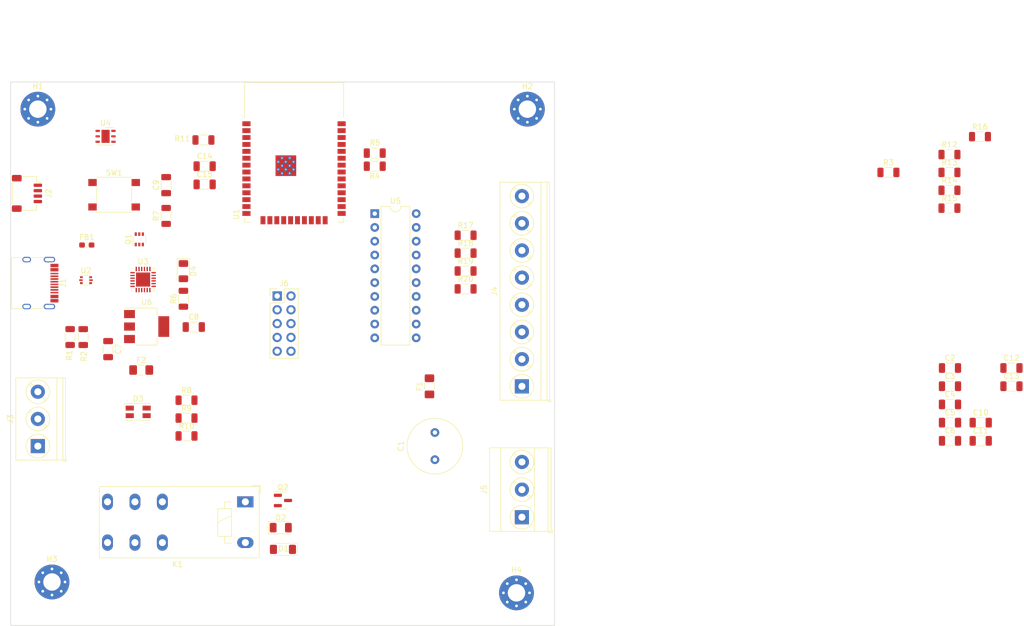
<source format=kicad_pcb>
(kicad_pcb (version 20221018) (generator pcbnew)
  (layers (0 "F.Cu" signal) (31 "B.Cu" signal) (34 "B.Paste" user) (35 "F.Paste" user) (36 "B.SilkS" user "B.Silkscreen") (37 "F.SilkS" user "F.Silkscreen") (38 "B.Mask" user) (39 "F.Mask" user) (44 "Edge.Cuts" user))
  (net 0 "")
  (net 1 "Net-(J5-Pin_1)")
  (net 2 "GND")
  (net 3 "+5V")
  (net 4 "+3.3VA")
  (net 5 "+3V3")
  (net 6 "/SW")
  (net 7 "/EN")
  (net 8 "Net-(D1-A)")
  (net 9 "Net-(D2-A)")
  (net 10 "Net-(D3-RK)")
  (net 11 "Net-(D3-GK)")
  (net 12 "Net-(D3-BK)")
  (net 13 "Net-(D4-A)")
  (net 14 "Net-(J4-Pin_1)")
  (net 15 "Net-(F2-Pad1)")
  (net 16 "+5VP")
  (net 17 "Net-(J1-CC1)")
  (net 18 "Net-(J1-D+-PadA6)")
  (net 19 "Net-(J1-D--PadA7)")
  (net 21 "Net-(J1-CC2)")
  (net 23 "/SDA")
  (net 24 "/SCL")
  (net 25 "Net-(J3-Pin_1)")
  (net 26 "Net-(J3-Pin_2)")
  (net 27 "Net-(J3-Pin_3)")
  (net 28 "Net-(J4-Pin_3)")
  (net 29 "Net-(J4-Pin_4)")
  (net 30 "Net-(J4-Pin_5)")
  (net 31 "Net-(J4-Pin_6)")
  (net 32 "/GPIO26")
  (net 33 "/GPIO33")
  (net 34 "/GPIO27")
  (net 35 "/GPIO34")
  (net 36 "/GPIO32")
  (net 37 "/GPIO35")
  (net 38 "/DTR")
  (net 39 "/RTS")
  (net 40 "/IO0")
  (net 41 "Net-(Q2-B)")
  (net 42 "Net-(U3-~{RST})")
  (net 43 "Net-(U3-TXD)")
  (net 44 "/RX")
  (net 45 "Net-(U3-RXD)")
  (net 46 "/TX")
  (net 47 "/LED_R")
  (net 48 "/LED_G")
  (net 49 "/LED_B")
  (net 50 "/RELAY")
  (net 51 "Net-(U5-B0)")
  (net 52 "Net-(U5-B1)")
  (net 53 "Net-(U5-B2)")
  (net 54 "Net-(U5-B3)")
  (net 66 "/LEDSTR1")
  (net 67 "/LEDSTR2")
  (net 69 "/LEDSTR3")
  (net 70 "/LEDSTR4")
  (net 72 "Net-(U3-D+)")
  (net 74 "Net-(U3-D-)")
  (footprint "Package_TO_SOT_SMD:SOT-223-3_TabPin2" (layer "F.Cu") (at 113 93)
    (fp_text reference "U6" (at 0 -4.5) (layer "F.SilkS"))
    (fp_text value "TLV1117LV-3.3")
    (pad "1" smd rect (at -3.15 -2.3) (size 2 1.5) (layers "F.Cu" "F.Paste" "F.Mask") (net 2 "GND"))
    (pad "2" smd rect (at -3.15 0) (size 2 1.5) (layers "F.Cu" "F.Paste" "F.Mask") (net 5 "+3V3"))
    (pad "2" smd rect (at 3.15 0) (size 2 3.8) (layers "F.Cu" "F.Paste" "F.Mask") (net 5 "+3V3"))
    (pad "3" smd rect (at -3.15 2.3) (size 2 1.5) (layers "F.Cu" "F.Paste" "F.Mask") (net 3 "+5V"))
  )
  (footprint "TerminalBlock_Phoenix:TerminalBlock_Phoenix_PT-1,5-3-5.0-H_1x03_P5.00mm_Horizontal" (layer "F.Cu") (at 93 115 90)
    (fp_text reference "J3" (at 5 -5.06 90) (layer "F.SilkS"))
    (fp_text value "Screw_Terminal_01x03")
    (pad "1" thru_hole rect (at 0 0 90) (size 2.6 2.6) (drill 1.3) (layers "*.Cu" "*.Mask") (net 25 "Net-(J3-Pin_1)"))
    (pad "2" thru_hole circle (at 5 0 90) (size 2.6 2.6) (drill 1.3) (layers "*.Cu" "*.Mask") (net 26 "Net-(J3-Pin_2)"))
    (pad "3" thru_hole circle (at 10 0 90) (size 2.6 2.6) (drill 1.3) (layers "*.Cu" "*.Mask") (net 27 "Net-(J3-Pin_3)"))
  )
  (footprint "MountingHole:MountingHole_3.2mm_M3_Pad_Via" (layer "F.Cu") (at 183 53)
    (fp_text reference "H2" (at 0 -4.2) (layer "F.SilkS"))
    (fp_text value "MountingHole_Pad")
    (pad "1" thru_hole circle (at -2.4 0) (size 0.8 0.8) (drill 0.5) (layers "*.Cu" "*.Mask") (net 2 "GND"))
    (pad "1" thru_hole circle (at -1.697056 -1.697056) (size 0.8 0.8) (drill 0.5) (layers "*.Cu" "*.Mask") (net 2 "GND"))
    (pad "1" thru_hole circle (at -1.697056 1.697056) (size 0.8 0.8) (drill 0.5) (layers "*.Cu" "*.Mask") (net 2 "GND"))
    (pad "1" thru_hole circle (at 0 -2.4) (size 0.8 0.8) (drill 0.5) (layers "*.Cu" "*.Mask") (net 2 "GND"))
    (pad "1" thru_hole circle (at 0 0) (size 6.4 6.4) (drill 3.2) (layers "*.Cu" "*.Mask") (net 2 "GND"))
    (pad "1" thru_hole circle (at 0 2.4) (size 0.8 0.8) (drill 0.5) (layers "*.Cu" "*.Mask") (net 2 "GND"))
    (pad "1" thru_hole circle (at 1.697056 -1.697056) (size 0.8 0.8) (drill 0.5) (layers "*.Cu" "*.Mask") (net 2 "GND"))
    (pad "1" thru_hole circle (at 1.697056 1.697056) (size 0.8 0.8) (drill 0.5) (layers "*.Cu" "*.Mask") (net 2 "GND"))
    (pad "1" thru_hole circle (at 2.4 0) (size 0.8 0.8) (drill 0.5) (layers "*.Cu" "*.Mask") (net 2 "GND"))
  )
  (footprint "Capacitor_SMD:C_1206_3216Metric" (layer "F.Cu") (at 266.35 114.03)
    (fp_text reference "C11" (at 0 -1.85) (layer "F.SilkS"))
    (fp_text value "22u")
    (pad "1" smd roundrect (at -1.475 0) (size 1.15 1.8) (layers "F.Cu" "F.Paste" "F.Mask") (roundrect_rratio 0.217391) (net 5 "+3V3"))
    (pad "2" smd roundrect (at 1.475 0) (size 1.15 1.8) (layers "F.Cu" "F.Paste" "F.Mask") (roundrect_rratio 0.217391) (net 2 "GND"))
  )
  (footprint "Capacitor_SMD:C_1206_3216Metric" (layer "F.Cu") (at 266.35 110.68)
    (fp_text reference "C10" (at 0 -1.85) (layer "F.SilkS"))
    (fp_text value "100nf")
    (pad "1" smd roundrect (at -1.475 0) (size 1.15 1.8) (layers "F.Cu" "F.Paste" "F.Mask") (roundrect_rratio 0.217391) (net 7 "/EN"))
    (pad "2" smd roundrect (at 1.475 0) (size 1.15 1.8) (layers "F.Cu" "F.Paste" "F.Mask") (roundrect_rratio 0.217391) (net 2 "GND"))
  )
  (footprint "Connector_USB:USB_C_Receptacle_HRO_TYPE-C-31-M-12" (layer "F.Cu") (at 92 85 -90)
    (fp_text reference "J1" (at 0 -5.645 90) (layer "F.SilkS"))
    (fp_text value "USB_C_Receptacle_USB2.0")
    (pad "" np_thru_hole circle (at -2.89 -2.6 270) (size 0.65 0.65) (drill 0.65) (layers "*.Cu" "*.Mask"))
    (pad "" np_thru_hole circle (at 2.89 -2.6 270) (size 0.65 0.65) (drill 0.65) (layers "*.Cu" "*.Mask"))
    (pad "A1" smd rect (at -3.25 -4.045 270) (size 0.6 1.45) (layers "F.Cu" "F.Paste" "F.Mask") (net 2 "GND"))
    (pad "A4" smd rect (at -2.45 -4.045 270) (size 0.6 1.45) (layers "F.Cu" "F.Paste" "F.Mask") (net 16 "+5VP"))
    (pad "A5" smd rect (at -1.25 -4.045 270) (size 0.3 1.45) (layers "F.Cu" "F.Paste" "F.Mask") (net 17 "Net-(J1-CC1)"))
    (pad "A6" smd rect (at -0.25 -4.045 270) (size 0.3 1.45) (layers "F.Cu" "F.Paste" "F.Mask") (net 18 "Net-(J1-D+-PadA6)"))
    (pad "A7" smd rect (at 0.25 -4.045 270) (size 0.3 1.45) (layers "F.Cu" "F.Paste" "F.Mask") (net 19 "Net-(J1-D--PadA7)"))
    (pad "A8" smd rect (at 1.25 -4.045 270) (size 0.3 1.45) (layers "F.Cu" "F.Paste" "F.Mask"))
    (pad "A9" smd rect (at 2.45 -4.045 270) (size 0.6 1.45) (layers "F.Cu" "F.Paste" "F.Mask") (net 16 "+5VP"))
    (pad "A12" smd rect (at 3.25 -4.045 270) (size 0.6 1.45) (layers "F.Cu" "F.Paste" "F.Mask") (net 2 "GND"))
    (pad "B1" smd rect (at 3.25 -4.045 270) (size 0.6 1.45) (layers "F.Cu" "F.Paste" "F.Mask") (net 2 "GND"))
    (pad "B4" smd rect (at 2.45 -4.045 270) (size 0.6 1.45) (layers "F.Cu" "F.Paste" "F.Mask") (net 16 "+5VP"))
    (pad "B5" smd rect (at 1.75 -4.045 270) (size 0.3 1.45) (layers "F.Cu" "F.Paste" "F.Mask") (net 21 "Net-(J1-CC2)"))
    (pad "B6" smd rect (at 0.75 -4.045 270) (size 0.3 1.45) (layers "F.Cu" "F.Paste" "F.Mask") (net 18 "Net-(J1-D+-PadA6)"))
    (pad "B7" smd rect (at -0.75 -4.045 270) (size 0.3 1.45) (layers "F.Cu" "F.Paste" "F.Mask") (net 19 "Net-(J1-D--PadA7)"))
    (pad "B8" smd rect (at -1.75 -4.045 270) (size 0.3 1.45) (layers "F.Cu" "F.Paste" "F.Mask"))
    (pad "B9" smd rect (at -2.45 -4.045 270) (size 0.6 1.45) (layers "F.Cu" "F.Paste" "F.Mask") (net 16 "+5VP"))
    (pad "B12" smd rect (at -3.25 -4.045 270) (size 0.6 1.45) (layers "F.Cu" "F.Paste" "F.Mask") (net 2 "GND"))
    (pad "S1" thru_hole oval (at -4.32 -3.13 270) (size 1 2.1) (drill oval 0.6 1.7) (layers "*.Cu" "*.Mask") (net 2 "GND"))
    (pad "S1" thru_hole oval (at -4.32 1.05 270) (size 1 1.6) (drill oval 0.6 1.2) (layers "*.Cu" "*.Mask") (net 2 "GND"))
    (pad "S1" thru_hole oval (at 4.32 -3.13 270) (size 1 2.1) (drill oval 0.6 1.7) (layers "*.Cu" "*.Mask") (net 2 "GND"))
    (pad "S1" thru_hole oval (at 4.32 1.05 270) (size 1 1.6) (drill oval 0.6 1.2) (layers "*.Cu" "*.Mask") (net 2 "GND"))
  )
  (footprint "Resistor_SMD:R_1206_3216Metric" (layer "F.Cu") (at 260.6 61.35)
    (fp_text reference "R12" (at 0 -1.82) (layer "F.SilkS"))
    (fp_text value "4k7")
    (pad "1" smd roundrect (at -1.4625 0) (size 1.125 1.75) (layers "F.Cu" "F.Paste" "F.Mask") (roundrect_rratio 0.222222) (net 5 "+3V3"))
    (pad "2" smd roundrect (at 1.4625 0) (size 1.125 1.75) (layers "F.Cu" "F.Paste" "F.Mask") (roundrect_rratio 0.222222) (net 23 "/SDA"))
  )
  (footprint "TerminalBlock_Phoenix:TerminalBlock_Phoenix_PT-1,5-8-5.0-H_1x08_P5.00mm_Horizontal" (layer "F.Cu") (at 182 104 90)
    (fp_text reference "J4" (at 17.5 -5.06 90) (layer "F.SilkS"))
    (fp_text value "Screw_Terminal_01x08")
    (pad "1" thru_hole rect (at 0 0 90) (size 2.6 2.6) (drill 1.3) (layers "*.Cu" "*.Mask") (net 14 "Net-(J4-Pin_1)"))
    (pad "2" thru_hole circle (at 5 0 90) (size 2.6 2.6) (drill 1.3) (layers "*.Cu" "*.Mask") (net 14 "Net-(J4-Pin_1)"))
    (pad "3" thru_hole circle (at 10 0 90) (size 2.6 2.6) (drill 1.3) (layers "*.Cu" "*.Mask") (net 28 "Net-(J4-Pin_3)"))
    (pad "4" thru_hole circle (at 15 0 90) (size 2.6 2.6) (drill 1.3) (layers "*.Cu" "*.Mask") (net 29 "Net-(J4-Pin_4)"))
    (pad "5" thru_hole circle (at 20 0 90) (size 2.6 2.6) (drill 1.3) (layers "*.Cu" "*.Mask") (net 30 "Net-(J4-Pin_5)"))
    (pad "6" thru_hole circle (at 25 0 90) (size 2.6 2.6) (drill 1.3) (layers "*.Cu" "*.Mask") (net 31 "Net-(J4-Pin_6)"))
    (pad "7" thru_hole circle (at 30 0 90) (size 2.6 2.6) (drill 1.3) (layers "*.Cu" "*.Mask") (net 2 "GND"))
    (pad "8" thru_hole circle (at 35 0 90) (size 2.6 2.6) (drill 1.3) (layers "*.Cu" "*.Mask") (net 2 "GND"))
  )
  (footprint "Capacitor_SMD:C_1206_3216Metric" (layer "F.Cu") (at 123.664 66.844)
    (fp_text reference "C15" (at 0 -1.85) (layer "F.SilkS"))
    (fp_text value "22uf")
    (pad "1" smd roundrect (at -1.475 0) (size 1.15 1.8) (layers "F.Cu" "F.Paste" "F.Mask") (roundrect_rratio 0.217391) (net 5 "+3V3"))
    (pad "2" smd roundrect (at 1.475 0) (size 1.15 1.8) (layers "F.Cu" "F.Paste" "F.Mask") (roundrect_rratio 0.217391) (net 2 "GND"))
  )
  (footprint "Resistor_SMD:R_1206_3216Metric" (layer "F.Cu") (at 249.38 64.64)
    (fp_text reference "R3" (at 0 -1.82) (layer "F.SilkS"))
    (fp_text value "10k")
    (pad "1" smd roundrect (at -1.4625 0) (size 1.125 1.75) (layers "F.Cu" "F.Paste" "F.Mask") (roundrect_rratio 0.222222) (net 4 "+3.3VA"))
    (pad "2" smd roundrect (at 1.4625 0) (size 1.125 1.75) (layers "F.Cu" "F.Paste" "F.Mask") (roundrect_rratio 0.222222) (net 42 "Net-(U3-~{RST})"))
  )
  (footprint "Resistor_SMD:R_1206_3216Metric" (layer "F.Cu") (at 119.761 87.884 90)
    (fp_text reference "R6" (at 0 -1.82 90) (layer "F.SilkS"))
    (fp_text value "1k")
    (pad "1" smd roundrect (at -1.4625 0 90) (size 1.125 1.75) (layers "F.Cu" "F.Paste" "F.Mask") (roundrect_rratio 0.222222) (net 5 "+3V3"))
    (pad "2" smd roundrect (at 1.4625 0 90) (size 1.125 1.75) (layers "F.Cu" "F.Paste" "F.Mask") (roundrect_rratio 0.222222) (net 13 "Net-(D4-A)"))
  )
  (footprint "Resistor_SMD:R_1206_3216Metric" (layer "F.Cu") (at 260.6 71.22)
    (fp_text reference "R15" (at 0 -1.82) (layer "F.SilkS"))
    (fp_text value "1k")
    (pad "1" smd roundrect (at -1.4625 0) (size 1.125 1.75) (layers "F.Cu" "F.Paste" "F.Mask") (roundrect_rratio 0.222222) (net 50 "/RELAY"))
    (pad "2" smd roundrect (at 1.4625 0) (size 1.125 1.75) (layers "F.Cu" "F.Paste" "F.Mask") (roundrect_rratio 0.222222) (net 41 "Net-(Q2-B)"))
  )
  (footprint "MountingHole:MountingHole_3.2mm_M3_Pad_Via" (layer "F.Cu") (at 93 53)
    (fp_text reference "H1" (at 0 -4.2) (layer "F.SilkS"))
    (fp_text value "MountingHole_Pad")
    (pad "1" thru_hole circle (at -2.4 0) (size 0.8 0.8) (drill 0.5) (layers "*.Cu" "*.Mask") (net 2 "GND"))
    (pad "1" thru_hole circle (at -1.697056 -1.697056) (size 0.8 0.8) (drill 0.5) (layers "*.Cu" "*.Mask") (net 2 "GND"))
    (pad "1" thru_hole circle (at -1.697056 1.697056) (size 0.8 0.8) (drill 0.5) (layers "*.Cu" "*.Mask") (net 2 "GND"))
    (pad "1" thru_hole circle (at 0 -2.4) (size 0.8 0.8) (drill 0.5) (layers "*.Cu" "*.Mask") (net 2 "GND"))
    (pad "1" thru_hole circle (at 0 0) (size 6.4 6.4) (drill 3.2) (layers "*.Cu" "*.Mask") (net 2 "GND"))
    (pad "1" thru_hole circle (at 0 2.4) (size 0.8 0.8) (drill 0.5) (layers "*.Cu" "*.Mask") (net 2 "GND"))
    (pad "1" thru_hole circle (at 1.697056 -1.697056) (size 0.8 0.8) (drill 0.5) (layers "*.Cu" "*.Mask") (net 2 "GND"))
    (pad "1" thru_hole circle (at 1.697056 1.697056) (size 0.8 0.8) (drill 0.5) (layers "*.Cu" "*.Mask") (net 2 "GND"))
    (pad "1" thru_hole circle (at 2.4 0) (size 0.8 0.8) (drill 0.5) (layers "*.Cu" "*.Mask") (net 2 "GND"))
  )
  (footprint "Capacitor_SMD:C_1206_3216Metric" (layer "F.Cu") (at 272 100.63)
    (fp_text reference "C12" (at 0 -1.85) (layer "F.SilkS"))
    (fp_text value "100nf")
    (pad "1" smd roundrect (at -1.475 0) (size 1.15 1.8) (layers "F.Cu" "F.Paste" "F.Mask") (roundrect_rratio 0.217391) (net 5 "+3V3"))
    (pad "2" smd roundrect (at 1.475 0) (size 1.15 1.8) (layers "F.Cu" "F.Paste" "F.Mask") (roundrect_rratio 0.217391) (net 2 "GND"))
  )
  (footprint "Resistor_SMD:R_1206_3216Metric" (layer "F.Cu") (at 120.3345 109.843)
    (fp_text reference "R9" (at 0 -1.82) (layer "F.SilkS"))
    (fp_text value "1k")
    (pad "1" smd roundrect (at -1.4625 0) (size 1.125 1.75) (layers "F.Cu" "F.Paste" "F.Mask") (roundrect_rratio 0.222222) (net 48 "/LED_G"))
    (pad "2" smd roundrect (at 1.4625 0) (size 1.125 1.75) (layers "F.Cu" "F.Paste" "F.Mask") (roundrect_rratio 0.222222) (net 11 "Net-(D3-GK)"))
  )
  (footprint "Resistor_SMD:R_1206_3216Metric" (layer "F.Cu") (at 266.21 58.06)
    (fp_text reference "R16" (at 0 -1.82) (layer "F.SilkS"))
    (fp_text value "1k")
    (pad "1" smd roundrect (at -1.4625 0) (size 1.125 1.75) (layers "F.Cu" "F.Paste" "F.Mask") (roundrect_rratio 0.222222) (net 3 "+5V"))
    (pad "2" smd roundrect (at 1.4625 0) (size 1.125 1.75) (layers "F.Cu" "F.Paste" "F.Mask") (roundrect_rratio 0.222222) (net 9 "Net-(D2-A)"))
  )
  (footprint "Package_DFN_QFN:DFN-6-1EP_3x3mm_P1mm_EP1.5x2.4mm" (layer "F.Cu") (at 105.45 58)
    (fp_text reference "U4" (at 0 -2.45) (layer "F.SilkS"))
    (fp_text value "Si7020-A20")
    (pad "1" smd roundrect (at -1.45 -1) (size 0.8 0.4) (layers "F.Cu" "F.Paste" "F.Mask") (net 23 "/SDA"))
    (pad "2" smd roundrect (at -1.45 0) (size 0.8 0.4) (layers "F.Cu" "F.Paste" "F.Mask") (net 2 "GND"))
    (pad "3" smd roundrect (at -1.45 1) (size 0.8 0.4) (layers "F.Cu" "F.Paste" "F.Mask"))
    (pad "4" smd roundrect (at 1.45 1) (size 0.8 0.4) (layers "F.Cu" "F.Paste" "F.Mask"))
    (pad "5" smd roundrect (at 1.45 0) (size 0.8 0.4) (layers "F.Cu" "F.Paste" "F.Mask") (net 5 "+3V3"))
    (pad "6" smd roundrect (at 1.45 -1) (size 0.8 0.4) (layers "F.Cu" "F.Paste" "F.Mask") (net 24 "/SCL"))
    (pad "7" smd rect (at 0 0) (size 1.5 2.4) (layers "F.Cu" "F.Mask") (net 2 "GND"))
  )
  (footprint "Resistor_SMD:R_1206_3216Metric" (layer "F.Cu") (at 171.6425 79.49)
    (fp_text reference "R18" (at 0 -1.82) (layer "F.SilkS"))
    (fp_text value "22R")
    (pad "1" smd roundrect (at -1.4625 0) (size 1.125 1.75) (layers "F.Cu" "F.Paste" "F.Mask") (roundrect_rratio 0.222222) (net 52 "Net-(U5-B1)"))
    (pad "2" smd roundrect (at 1.4625 0) (size 1.125 1.75) (layers "F.Cu" "F.Paste" "F.Mask") (roundrect_rratio 0.222222) (net 29 "Net-(J4-Pin_4)"))
  )
  (footprint "Capacitor_SMD:C_1206_3216Metric" (layer "F.Cu") (at 260.7 107.33)
    (fp_text reference "C4" (at 0 -1.85) (layer "F.SilkS"))
    (fp_text value "22u")
    (pad "1" smd roundrect (at -1.475 0) (size 1.15 1.8) (layers "F.Cu" "F.Paste" "F.Mask") (roundrect_rratio 0.217391) (net 3 "+5V"))
    (pad "2" smd roundrect (at 1.475 0) (size 1.15 1.8) (layers "F.Cu" "F.Paste" "F.Mask") (roundrect_rratio 0.217391) (net 2 "GND"))
  )
  (footprint "Resistor_SMD:R_1206_3216Metric" (layer "F.Cu") (at 123.444 58.674)
    (fp_text reference "R11" (at -3.8755 -0.254) (layer "F.SilkS"))
    (fp_text value "10k")
    (pad "1" smd roundrect (at -1.4625 0) (size 1.125 1.75) (layers "F.Cu" "F.Paste" "F.Mask") (roundrect_rratio 0.222222) (net 5 "+3V3"))
    (pad "2" smd roundrect (at 1.4625 0) (size 1.125 1.75) (layers "F.Cu" "F.Paste" "F.Mask") (roundrect_rratio 0.222222) (net 7 "/EN"))
  )
  (footprint "Resistor_SMD:R_1206_3216Metric" (layer "F.Cu") (at 260.6 67.93)
    (fp_text reference "R14" (at 0 -1.82) (layer "F.SilkS"))
    (fp_text value "10k")
    (pad "1" smd roundrect (at -1.4625 0) (size 1.125 1.75) (layers "F.Cu" "F.Paste" "F.Mask") (roundrect_rratio 0.222222) (net 41 "Net-(Q2-B)"))
    (pad "2" smd roundrect (at 1.4625 0) (size 1.125 1.75) (layers "F.Cu" "F.Paste" "F.Mask") (roundrect_rratio 0.222222) (net 2 "GND"))
  )
  (footprint "Package_DFN_QFN:QFN-24-1EP_4x4mm_P0.5mm_EP2.6x2.6mm" (layer "F.Cu") (at 112.35 84.35)
    (fp_text reference "U3" (at 0 -3.3) (layer "F.SilkS"))
    (fp_text value "CP2104")
    (pad "1" smd roundrect (at -1.9375 -1.25) (size 0.825 0.25) (layers "F.Cu" "F.Paste" "F.Mask"))
    (pad "2" smd roundrect (at -1.9375 -0.75) (size 0.825 0.25) (layers "F.Cu" "F.Paste" "F.Mask") (net 2 "GND"))
    (pad "3" smd roundrect (at -1.9375 -0.25) (size 0.825 0.25) (layers "F.Cu" "F.Paste" "F.Mask") (net 72 "Net-(U3-D+)"))
    (pad "4" smd roundrect (at -1.9375 0.25) (size 0.825 0.25) (layers "F.Cu" "F.Paste" "F.Mask") (net 74 "Net-(U3-D-)"))
    (pad "5" smd roundrect (at -1.9375 0.75) (size 0.825 0.25) (layers "F.Cu" "F.Paste" "F.Mask") (net 4 "+3.3VA"))
    (pad "6" smd roundrect (at -1.9375 1.25) (size 0.825 0.25) (layers "F.Cu" "F.Paste" "F.Mask") (net 4 "+3.3VA"))
    (pad "7" smd roundrect (at -1.25 1.9375) (size 0.25 0.825) (layers "F.Cu" "F.Paste" "F.Mask") (net 3 "+5V"))
    (pad "8" smd roundrect (at -0.75 1.9375) (size 0.25 0.825) (layers "F.Cu" "F.Paste" "F.Mask") (net 3 "+5V"))
    (pad "9" smd roundrect (at -0.25 1.9375) (size 0.25 0.825) (layers "F.Cu" "F.Paste" "F.Mask") (net 42 "Net-(U3-~{RST})"))
    (pad "10" smd roundrect (at 0.25 1.9375) (size 0.25 0.825) (layers "F.Cu" "F.Paste" "F.Mask"))
    (pad "11" smd roundrect (at 0.75 1.9375) (size 0.25 0.825) (layers "F.Cu" "F.Paste" "F.Mask"))
    (pad "12" smd roundrect (at 1.25 1.9375) (size 0.25 0.825) (layers "F.Cu" "F.Paste" "F.Mask"))
    (pad "13" smd roundrect (at 1.9375 1.25) (size 0.825 0.25) (layers "F.Cu" "F.Paste" "F.Mask"))
    (pad "14" smd roundrect (at 1.9375 0.75) (size 0.825 0.25) (layers "F.Cu" "F.Paste" "F.Mask"))
    (pad "15" smd roundrect (at 1.9375 0.25) (size 0.825 0.25) (layers "F.Cu" "F.Paste" "F.Mask"))
    (pad "16" smd roundrect (at 1.9375 -0.25) (size 0.825 0.25) (layers "F.Cu" "F.Paste" "F.Mask"))
    (pad "17" smd roundrect (at 1.9375 -0.75) (size 0.825 0.25) (layers "F.Cu" "F.Paste" "F.Mask"))
    (pad "18" smd roundrect (at 1.9375 -1.25) (size 0.825 0.25) (layers "F.Cu" "F.Paste" "F.Mask"))
    (pad "19" smd roundrect (at 1.25 -1.9375) (size 0.25 0.825) (layers "F.Cu" "F.Paste" "F.Mask") (net 39 "/RTS"))
    (pad "20" smd roundrect (at 0.75 -1.9375) (size 0.25 0.825) (layers "F.Cu" "F.Paste" "F.Mask") (net 45 "Net-(U3-RXD)"))
    (pad "21" smd roundrect (at 0.25 -1.9375) (size 0.25 0.825) (layers "F.Cu" "F.Paste" "F.Mask") (net 43 "Net-(U3-TXD)"))
    (pad "22" smd roundrect (at -0.25 -1.9375) (size 0.25 0.825) (layers "F.Cu" "F.Paste" "F.Mask"))
    (pad "23" smd roundrect (at -0.75 -1.9375) (size 0.25 0.825) (layers "F.Cu" "F.Paste" "F.Mask") (net 38 "/DTR"))
    (pad "24" smd roundrect (at -1.25 -1.9375) (size 0.25 0.825) (layers "F.Cu" "F.Paste" "F.Mask"))
    (pad "25" smd rect (at 0 0) (size 2.6 2.6) (layers "F.Cu" "F.Mask") (net 2 "GND"))
  )
  (footprint "Package_DIP:DIP-20_W7.62mm" (layer "F.Cu") (at 154.94 72.22)
    (fp_text reference "U5" (at 3.81 -2.33) (layer "F.SilkS"))
    (fp_text value "74AHCT245")
    (pad "1" thru_hole rect (at 0 0) (size 1.6 1.6) (drill 0.8) (layers "*.Cu" "*.Mask") (net 3 "+5V"))
    (pad "2" thru_hole oval (at 0 2.54) (size 1.6 1.6) (drill 0.8) (layers "*.Cu" "*.Mask") (net 66 "/LEDSTR1"))
    (pad "3" thru_hole oval (at 0 5.08) (size 1.6 1.6) (drill 0.8) (layers "*.Cu" "*.Mask") (net 67 "/LEDSTR2"))
    (pad "4" thru_hole oval (at 0 7.62) (size 1.6 1.6) (drill 0.8) (layers "*.Cu" "*.Mask") (net 69 "/LEDSTR3"))
    (pad "5" thru_hole oval (at 0 10.16) (size 1.6 1.6) (drill 0.8) (layers "*.Cu" "*.Mask") (net 70 "/LEDSTR4"))
    (pad "6" thru_hole oval (at 0 12.7) (size 1.6 1.6) (drill 0.8) (layers "*.Cu" "*.Mask") (net 2 "GND"))
    (pad "7" thru_hole oval (at 0 15.24) (size 1.6 1.6) (drill 0.8) (layers "*.Cu" "*.Mask") (net 2 "GND"))
    (pad "8" thru_hole oval (at 0 17.78) (size 1.6 1.6) (drill 0.8) (layers "*.Cu" "*.Mask") (net 2 "GND"))
    (pad "9" thru_hole oval (at 0 20.32) (size 1.6 1.6) (drill 0.8) (layers "*.Cu" "*.Mask") (net 2 "GND"))
    (pad "10" thru_hole oval (at 0 22.86) (size 1.6 1.6) (drill 0.8) (layers "*.Cu" "*.Mask") (net 2 "GND"))
    (pad "11" thru_hole oval (at 7.62 22.86) (size 1.6 1.6) (drill 0.8) (layers "*.Cu" "*.Mask"))
    (pad "12" thru_hole oval (at 7.62 20.32) (size 1.6 1.6) (drill 0.8) (layers "*.Cu" "*.Mask"))
    (pad "13" thru_hole oval (at 7.62 17.78) (size 1.6 1.6) (drill 0.8) (layers "*.Cu" "*.Mask"))
    (pad "14" thru_hole oval (at 7.62 15.24) (size 1.6 1.6) (drill 0.8) (layers "*.Cu" "*.Mask"))
    (pad "15" thru_hole oval (at 7.62 12.7) (size 1.6 1.6) (drill 0.8) (layers "*.Cu" "*.Mask") (net 54 "Net-(U5-B3)"))
    (pad "16" thru_hole oval (at 7.62 10.16) (size 1.6 1.6) (drill 0.8) (layers "*.Cu" "*.Mask") (net 53 "Net-(U5-B2)"))
    (pad "17" thru_hole oval (at 7.62 7.62) (size 1.6 1.6) (drill 0.8) (layers "*.Cu" "*.Mask") (net 52 "Net-(U5-B1)"))
    (pad "18" thru_hole oval (at 7.62 5.08) (size 1.6 1.6) (drill 0.8) (layers "*.Cu" "*.Mask") (net 51 "Net-(U5-B0)"))
    (pad "19" thru_hole oval (at 7.62 2.54) (size 1.6 1.6) (drill 0.8) (layers "*.Cu" "*.Mask") (net 2 "GND"))
    (pad "20" thru_hole oval (at 7.62 0) (size 1.6 1.6) (drill 0.8) (layers "*.Cu" "*.Mask") (net 3 "+5V"))
  )
  (footprint "TerminalBlock_Phoenix:TerminalBlock_Phoenix_MKDS-3-3-5.08_1x03_P5.08mm_Horizontal" (layer "F.Cu") (at 182 128.08 90)
    (fp_text reference "J5" (at 5.08 -6.96 90) (layer "F.SilkS"))
    (fp_text value "Screw_Terminal_01x02")
    (pad "1" thru_hole rect (at 0 0 90) (size 2.6 2.6) (drill 1.3) (layers "*.Cu" "*.Mask") (net 1 "Net-(J5-Pin_1)"))
    (pad "2" thru_hole circle (at 5.08 0 90) (size 2.6 2.6) (drill 1.3) (layers "*.Cu" "*.Mask") (net 2 "GND"))
    (pad "3" thru_hole circle (at 10.16 0 90) (size 2.6 2.6) (drill 1.3) (layers "*.Cu" "*.Mask"))
  )
  (footprint "Capacitor_SMD:C_1206_3216Metric" (layer "F.Cu") (at 260.7 103.98)
    (fp_text reference "C3" (at 0 -1.85) (layer "F.SilkS"))
    (fp_text value "4u7")
    (pad "1" smd roundrect (at -1.475 0) (size 1.15 1.8) (layers "F.Cu" "F.Paste" "F.Mask") (roundrect_rratio 0.217391) (net 3 "+5V"))
    (pad "2" smd roundrect (at 1.475 0) (size 1.15 1.8) (layers "F.Cu" "F.Paste" "F.Mask") (roundrect_rratio 0.217391) (net 2 "GND"))
  )
  (footprint "LED_SMD:LED_1206_3216Metric" (layer "F.Cu") (at 119.761 82.804 -90)
    (fp_text reference "D4" (at 0 -1.82 90) (layer "F.SilkS"))
    (fp_text value "LED")
    (pad "1" smd roundrect (at -1.4 0 270) (size 1.25 1.75) (layers "F.Cu" "F.Paste" "F.Mask") (roundrect_rratio 0.2) (net 2 "GND"))
    (pad "2" smd roundrect (at 1.4 0 270) (size 1.25 1.75) (layers "F.Cu" "F.Paste" "F.Mask") (roundrect_rratio 0.2) (net 13 "Net-(D4-A)"))
  )
  (footprint "Package_TO_SOT_SMD:SOT-23" (layer "F.Cu") (at 138.0625 125)
    (fp_text reference "Q2" (at 0 -2.4) (layer "F.SilkS"))
    (fp_text value "BC817")
    (pad "1" smd roundrect (at -0.9375 -0.95) (size 1.475 0.6) (layers "F.Cu" "F.Paste" "F.Mask") (net 41 "Net-(Q2-B)"))
    (pad "2" smd roundrect (at -0.9375 0.95) (size 1.475 0.6) (layers "F.Cu" "F.Paste" "F.Mask") (net 2 "GND"))
    (pad "3" smd roundrect (at 0.9375 0) (size 1.475 0.6) (layers "F.Cu" "F.Paste" "F.Mask") (net 8 "Net-(D1-A)"))
  )
  (footprint "Resistor_SMD:R_1206_3216Metric" (layer "F.Cu") (at 120.3345 106.553)
    (fp_text reference "R8" (at 0 -1.82) (layer "F.SilkS"))
    (fp_text value "1k")
    (pad "1" smd roundrect (at -1.4625 0) (size 1.125 1.75) (layers "F.Cu" "F.Paste" "F.Mask") (roundrect_rratio 0.222222) (net 47 "/LED_R"))
    (pad "2" smd roundrect (at 1.4625 0) (size 1.125 1.75) (layers "F.Cu" "F.Paste" "F.Mask") (roundrect_rratio 0.222222) (net 10 "Net-(D3-RK)"))
  )
  (footprint "Capacitor_SMD:C_1206_3216Metric" (layer "F.Cu") (at 272 103.98)
    (fp_text reference "C13" (at 0 -1.85) (layer "F.SilkS"))
    (fp_text value "100nf")
    (pad "1" smd roundrect (at -1.475 0) (size 1.15 1.8) (layers "F.Cu" "F.Paste" "F.Mask") (roundrect_rratio 0.217391) (net 3 "+5V"))
    (pad "2" smd roundrect (at 1.475 0) (size 1.15 1.8) (layers "F.Cu" "F.Paste" "F.Mask") (roundrect_rratio 0.217391) (net 2 "GND"))
  )
  (footprint "Capacitor_SMD:C_1206_3216Metric" (layer "F.Cu") (at 260.7 114.03)
    (fp_text reference "C6" (at 0 -1.85) (layer "F.SilkS"))
    (fp_text value "100nf")
    (pad "1" smd roundrect (at -1.475 0) (size 1.15 1.8) (layers "F.Cu" "F.Paste" "F.Mask") (roundrect_rratio 0.217391) (net 4 "+3.3VA"))
    (pad "2" smd roundrect (at 1.475 0) (size 1.15 1.8) (layers "F.Cu" "F.Paste" "F.Mask") (roundrect_rratio 0.217391) (net 2 "GND"))
  )
  (footprint "Resistor_SMD:R_1206_3216Metric" (layer "F.Cu") (at 154.94 63.5 180)
    (fp_text reference "R4" (at 0 -1.82) (layer "F.SilkS"))
    (fp_text value "22R")
    (pad "1" smd roundrect (at -1.4625 0 180) (size 1.125 1.75) (layers "F.Cu" "F.Paste" "F.Mask") (roundrect_rratio 0.222222) (net 43 "Net-(U3-TXD)"))
    (pad "2" smd roundrect (at 1.4625 0 180) (size 1.125 1.75) (layers "F.Cu" "F.Paste" "F.Mask") (roundrect_rratio 0.222222) (net 44 "/RX"))
  )
  (footprint "Resistor_SMD:R_1206_3216Metric" (layer "F.Cu") (at 98.933 94.9305 -90)
    (fp_text reference "R1" (at 3.3675 0.127 90) (layer "F.SilkS"))
    (fp_text value "5k1")
    (pad "1" smd roundrect (at -1.4625 0 270) (size 1.125 1.75) (layers "F.Cu" "F.Paste" "F.Mask") (roundrect_rratio 0.222222) (net 21 "Net-(J1-CC2)"))
    (pad "2" smd roundrect (at 1.4625 0 270) (size 1.125 1.75) (layers "F.Cu" "F.Paste" "F.Mask") (roundrect_rratio 0.222222) (net 2 "GND"))
  )
  (footprint "Capacitor_SMD:C_1206_3216Metric" (layer "F.Cu") (at 121.666 93.091)
    (fp_text reference "C8" (at 0 -1.85) (layer "F.SilkS"))
    (fp_text value "22u")
    (pad "1" smd roundrect (at -1.475 0) (size 1.15 1.8) (layers "F.Cu" "F.Paste" "F.Mask") (roundrect_rratio 0.217391) (net 5 "+3V3"))
    (pad "2" smd roundrect (at 1.475 0) (size 1.15 1.8) (layers "F.Cu" "F.Paste" "F.Mask") (roundrect_rratio 0.217391) (net 2 "GND"))
  )
  (footprint "Resistor_SMD:R_1206_3216Metric" (layer "F.Cu") (at 154.94 61.087 180)
    (fp_text reference "R5" (at -0.0655 1.905) (layer "F.SilkS"))
    (fp_text value "22R")
    (pad "1" smd roundrect (at -1.4625 0 180) (size 1.125 1.75) (layers "F.Cu" "F.Paste" "F.Mask") (roundrect_rratio 0.222222) (net 45 "Net-(U3-RXD)"))
    (pad "2" smd roundrect (at 1.4625 0 180) (size 1.125 1.75) (layers "F.Cu" "F.Paste" "F.Mask") (roundrect_rratio 0.222222) (net 46 "/TX"))
  )
  (footprint "Diode_SMD:D_MiniMELF" (layer "F.Cu") (at 138.0625 134 180)
    (fp_text reference "D1" (at -0.1135 0.142) (layer "F.SilkS"))
    (fp_text value "LL4148")
    (pad "1" smd roundrect (at -1.75 0 180) (size 1.3 1.7) (layers "F.Cu" "F.Paste" "F.Mask") (roundrect_rratio 0.1923076923) (net 3 "+5V"))
    (pad "2" smd roundrect (at 1.75 0 180) (size 1.3 1.7) (layers "F.Cu" "F.Paste" "F.Mask") (roundrect_rratio 0.1923076923) (net 8 "Net-(D1-A)"))
  )
  (footprint "MountingHole:MountingHole_3.2mm_M3_Pad_Via" (layer "F.Cu") (at 95.6 140)
    (fp_text reference "H3" (at 0 -4.2) (layer "F.SilkS"))
    (fp_text value "MountingHole_Pad")
    (pad "1" thru_hole circle (at -2.4 0) (size 0.8 0.8) (drill 0.5) (layers "*.Cu" "*.Mask") (net 2 "GND"))
    (pad "1" thru_hole circle (at -1.697056 -1.697056) (size 0.8 0.8) (drill 0.5) (layers "*.Cu" "*.Mask") (net 2 "GND"))
    (pad "1" thru_hole circle (at -1.697056 1.697056) (size 0.8 0.8) (drill 0.5) (layers "*.Cu" "*.Mask") (net 2 "GND"))
    (pad "1" thru_hole circle (at 0 -2.4) (size 0.8 0.8) (drill 0.5) (layers "*.Cu" "*.Mask") (net 2 "GND"))
    (pad "1" thru_hole circle (at 0 0) (size 6.4 6.4) (drill 3.2) (layers "*.Cu" "*.Mask") (net 2 "GND"))
    (pad "1" thru_hole circle (at 0 2.4) (size 0.8 0.8) (drill 0.5) (layers "*.Cu" "*.Mask") (net 2 "GND"))
    (pad "1" thru_hole circle (at 1.697056 -1.697056) (size 0.8 0.8) (drill 0.5) (layers "*.Cu" "*.Mask") (net 2 "GND"))
    (pad "1" thru_hole circle (at 1.697056 1.697056) (size 0.8 0.8) (drill 0.5) (layers "*.Cu" "*.Mask") (net 2 "GND"))
    (pad "1" thru_hole circle (at 2.4 0) (size 0.8 0.8) (drill 0.5) (layers "*.Cu" "*.Mask") (net 2 "GND"))
  )
  (footprint "RF_Module:ESP32-WROOM-32D" (layer "F.Cu") (at 140.1 63.93)
    (fp_text reference "U1" (at -10.61 8.43 90) (layer "F.SilkS"))
    (fp_text value "ESP32-WROOM-32D")
    (pad "1" smd rect (at -8.75 -8.25) (size 1.5 0.9) (layers "F.Cu" "F.Paste" "F.Mask") (net 2 "GND"))
    (pad "2" smd rect (at -8.75 -6.98) (size 1.5 0.9) (layers "F.Cu" "F.Paste" "F.Mask") (net 5 "+3V3"))
    (pad "3" smd rect (at -8.75 -5.71) (size 1.5 0.9) (layers "F.Cu" "F.Paste" "F.Mask") (net 7 "/EN"))
    (pad "4" smd rect (at -8.75 -4.44) (size 1.5 0.9) (layers "F.Cu" "F.Paste" "F.Mask"))
    (pad "5" smd rect (at -8.75 -3.17) (size 1.5 0.9) (layers "F.Cu" "F.Paste" "F.Mask"))
    (pad "6" smd rect (at -8.75 -1.9) (size 1.5 0.9) (layers "F.Cu" "F.Paste" "F.Mask") (net 35 "/GPIO34"))
    (pad "7" smd rect (at -8.75 -0.63) (size 1.5 0.9) (layers "F.Cu" "F.Paste" "F.Mask") (net 37 "/GPIO35"))
    (pad "8" smd rect (at -8.75 0.64) (size 1.5 0.9) (layers "F.Cu" "F.Paste" "F.Mask") (net 36 "/GPIO32"))
    (pad "9" smd rect (at -8.75 1.91) (size 1.5 0.9) (layers "F.Cu" "F.Paste" "F.Mask") (net 33 "/GPIO33"))
    (pad "10" smd rect (at -8.75 3.18) (size 1.5 0.9) (layers "F.Cu" "F.Paste" "F.Mask") (net 50 "/RELAY"))
    (pad "11" smd rect (at -8.75 4.45) (size 1.5 0.9) (layers "F.Cu" "F.Paste" "F.Mask") (net 32 "/GPIO26"))
    (pad "12" smd rect (at -8.75 5.72) (size 1.5 0.9) (layers "F.Cu" "F.Paste" "F.Mask") (net 34 "/GPIO27"))
    (pad "13" smd rect (at -8.75 6.99) (size 1.5 0.9) (layers "F.Cu" "F.Paste" "F.Mask") (net 49 "/LED_B"))
    (pad "14" smd rect (at -8.75 8.26) (size 1.5 0.9) (layers "F.Cu" "F.Paste" "F.Mask"))
    (pad "15" smd rect (at -5.71 9.51 90) (size 1.5 0.9) (layers "F.Cu" "F.Paste" "F.Mask") (net 2 "GND"))
    (pad "16" smd rect (at -4.44 9.51 90) (size 1.5 0.9) (layers "F.Cu" "F.Paste" "F.Mask") (net 47 "/LED_R"))
    (pad "17" smd rect (at -3.17 9.51 90) (size 1.5 0.9) (layers "F.Cu" "F.Paste" "F.Mask"))
    (pad "18" smd rect (at -1.9 9.51 90) (size 1.5 0.9) (layers "F.Cu" "F.Paste" "F.Mask"))
    (pad "19" smd rect (at -0.63 9.51 90) (size 1.5 0.9) (layers "F.Cu" "F.Paste" "F.Mask"))
    (pad "20" smd rect (at 0.64 9.51 90) (size 1.5 0.9) (layers "F.Cu" "F.Paste" "F.Mask"))
    (pad "21" smd rect (at 1.91 9.51 90) (size 1.5 0.9) (layers "F.Cu" "F.Paste" "F.Mask"))
    (pad "22" smd rect (at 3.18 9.51 90) (size 1.5 0.9) (layers "F.Cu" "F.Paste" "F.Mask"))
    (pad "23" smd rect (at 4.45 9.51 90) (size 1.5 0.9) (layers "F.Cu" "F.Paste" "F.Mask") (net 48 "/LED_G"))
    (pad "24" smd rect (at 5.72 9.51 90) (size 1.5 0.9) (layers "F.Cu" "F.Paste" "F.Mask"))
    (pad "25" smd rect (at 8.75 8.26) (size 1.5 0.9) (layers "F.Cu" "F.Paste" "F.Mask") (net 40 "/IO0"))
    (pad "26" smd rect (at 8.75 6.99) (size 1.5 0.9) (layers "F.Cu" "F.Paste" "F.Mask"))
    (pad "27" smd rect (at 8.75 5.72) (size 1.5 0.9) (layers "F.Cu" "F.Paste" "F.Mask") (net 66 "/LEDSTR1"))
    (pad "28" smd rect (at 8.75 4.45) (size 1.5 0.9) (layers "F.Cu" "F.Paste" "F.Mask") (net 67 "/LEDSTR2"))
    (pad "29" smd rect (at 8.75 3.18) (size 1.5 0.9) (layers "F.Cu" "F.Paste" "F.Mask"))
    (pad "30" smd rect (at 8.75 1.91) (size 1.5 0.9) (layers "F.Cu" "F.Paste" "F.Mask") (net 69 "/LEDSTR3"))
    (pad "31" smd rect (at 8.75 0.64) (size 1.5 0.9) (layers "F.Cu" "F.Paste" "F.Mask") (net 70 "/LEDSTR4"))
    (pad "32" smd rect (at 8.75 -0.63) (size 1.5 0.9) (layers "F.Cu" "F.Paste" "F.Mask"))
    (pad "33" smd rect (at 8.75 -1.9) (size 1.5 0.9) (layers "F.Cu" "F.Paste" "F.Mask") (net 6 "/SW"))
    (pad "34" smd rect (at 8.75 -3.17) (size 1.5 0.9) (layers "F.Cu" "F.Paste" "F.Mask") (net 44 "/RX"))
    (pad "35" smd rect (at 8.75 -4.44) (size 1.5 0.9) (layers "F.Cu" "F.Paste" "F.Mask") (net 46 "/TX"))
    (pad "36" smd rect (at 8.75 -5.71) (size 1.5 0.9) (layers "F.Cu" "F.Paste" "F.Mask") (net 23 "/SDA"))
    (pad "37" smd rect (at 8.75 -6.98) (size 1.5 0.9) (layers "F.Cu" "F.Paste" "F.Mask") (net 24 "/SCL"))
    (pad "38" smd rect (at 8.75 -8.25) (size 1.5 0.9) (layers "F.Cu" "F.Paste" "F.Mask") (net 2 "GND"))
    (pad "39" smd rect (at -2.9 -1.93) (size 0.9 0.9) (layers "F.Cu" "F.Paste") (net 2 "GND"))
    (pad "39" thru_hole circle (at -2.9 -1.23) (size 0.6 0.6) (drill 0.2) (property pad_prop_heatsink) (layers "*.Cu" "F.Mask") (net 2 "GND"))
    (pad "39" smd rect (at -2.9 -0.53) (size 0.9 0.9) (layers "F.Cu" "F.Paste") (net 2 "GND"))
    (pad "39" thru_hole circle (at -2.9 0.17) (size 0.6 0.6) (drill 0.2) (property pad_prop_heatsink) (layers "*.Cu" "F.Mask") (net 2 "GND"))
    (pad "39" smd rect (at -2.9 0.87) (size 0.9 0.9) (layers "F.Cu" "F.Paste") (net 2 "GND"))
    (pad "39" thru_hole circle (at -2.2 -1.93) (size 0.6 0.6) (drill 0.2) (property pad_prop_heatsink) (layers "*.Cu" "F.Mask") (net 2 "GND"))
    (pad "39" thru_hole circle (at -2.2 -0.53) (size 0.6 0.6) (drill 0.2) (property pad_prop_heatsink) (layers "*.Cu" "F.Mask") (net 2 "GND"))
    (pad "39" thru_hole circle (at -2.2 0.87) (size 0.6 0.6) (drill 0.2) (property pad_prop_heatsink) (layers "*.Cu" "F.Mask") (net 2 "GND"))
    (pad "39" thru_hole circle (at -1.525 -1.23) (size 0.6 0.6) (drill 0.2) (property pad_prop_heatsink) (layers "*.Cu" "F.Mask") (net 2 "GND"))
    (pad "39" thru_hole circle (at -1.525 0.17) (size 0.6 0.6) (drill 0.2) (property pad_prop_heatsink) (layers "*.Cu" "F.Mask") (net 2 "GND"))
    (pad "39" smd rect (at -1.5 -1.93) (size 0.9 0.9) (layers "F.Cu" "F.Paste") (net 2 "GND"))
    (pad "39" smd rect (at -1.5 -0.53) (size 0.9 0.9) (layers "F.Cu" "F.Paste") (net 2 "GND"))
    (pad "39" smd rect (at -1.5 -0.53) (size 3.8 3.8) (layers "F.Cu" "F.Mask") (net 2 "GND"))
    (pad "39" smd rect (at -1.5 0.87) (size 0.9 0.9) (layers "F.Cu" "F.Paste") (net 2 "GND"))
    (pad "39" thru_hole circle (at -0.8 -1.93) (size 0.6 0.6) (drill 0.2) (property pad_prop_heatsink) (layers "*.Cu" "F.Mask") (net 2 "GND"))
    (pad "39" thru_hole circle (at -0.8 -0.53) (size 0.6 0.6) (drill 0.2) (property pad_prop_heatsink) (layers "*.Cu" "F.Mask") (net 2 "GND"))
    (pad "39" thru_hole circle (at -0.8 0.87) (size 0.6 0.6) (drill 0.2) (property pad_prop_heatsink) (layers "*.Cu" "F.Mask") (net 2 "GND"))
    (pad "39" smd rect (at -0.1 -1.93) (size 0.9 0.9) (layers "F.Cu" "F.Paste") (net 2 "GND"))
    (pad "39" thru_hole circle (at -0.1 -1.23) (size 0.6 0.6) (drill 0.2) (property pad_prop_heatsink) (layers "*.Cu" "F.Mask") (net 2 "GND"))
    (pad "39" smd rect (at -0.1 -0.53) (size 0.9 0.9) (layers "F.Cu" "F.Paste") (net 2 "GND"))
    (pad "39" thru_hole circle (at -0.1 0.17) (size 0.6 0.6) (drill 0.2) (property pad_prop_heatsink) (layers "*.Cu" "F.Mask") (net 2 "GND"))
    (pad "39" smd rect (at -0.1 0.87) (size 0.9 0.9) (layers "F.Cu" "F.Paste") (net 2 "GND"))
  )
  (footprint "Fuse:Fuse_1206_3216Metric_Pad1.42x1.75mm_HandSolder" (layer "F.Cu") (at 165 104 90)
    (fp_text reference "F1" (at 0 -1.82 90) (layer "F.SilkS"))
    (fp_text value "Fuse")
    (pad "1" smd roundrect (at -1.4875 0 90) (size 1.425 1.75) (layers "F.Cu" "F.Paste" "F.Mask") (roundrect_rratio 0.175439) (net 1 "Net-(J5-Pin_1)"))
    (pad "2" smd roundrect (at 1.4875 0 90) (size 1.425 1.75) (layers "F.Cu" "F.Paste" "F.Mask") (roundrect_rratio 0.175439) (net 14 "Net-(J4-Pin_1)"))
  )
  (footprint "Resistor_SMD:R_1206_3216Metric" (layer "F.Cu") (at 116.586 72.644 90)
    (fp_text reference "R7" (at 0 -1.82 90) (layer "F.SilkS"))
    (fp_text value "10k")
    (pad "1" smd roundrect (at -1.4625 0 90) (size 1.125 1.75) (layers "F.Cu" "F.Paste" "F.Mask") (roundrect_rratio 0.222222) (net 5 "+3V3"))
    (pad "2" smd roundrect (at 1.4625 0 90) (size 1.125 1.75) (layers "F.Cu" "F.Paste" "F.Mask") (roundrect_rratio 0.222222) (net 6 "/SW"))
  )
  (footprint "Inductor_SMD:L_0603_1608Metric_Pad1.05x0.95mm_HandSolder" (layer "F.Cu") (at 102 78)
    (fp_text reference "FB1" (at 0 -1.43) (layer "F.SilkS"))
    (fp_text value "BLM21PG221")
    (pad "1" smd roundrect (at -0.875 0) (size 1.05 0.95) (layers "F.Cu" "F.Paste" "F.Mask") (net 16 "+5VP"))
    (pad "2" smd roundrect (at 0.875 0) (size 1.05 0.95) (layers "F.Cu" "F.Paste" "F.Mask") (net 15 "Net-(F2-Pad1)"))
  )
  (footprint "Button_Switch_SMD:SW_Push_1P1T_NO_6x6mm_H9.5mm" (layer "F.Cu") (at 107.025 68.75)
    (fp_text reference "SW1" (at 0 -4.05) (layer "F.SilkS"))
    (fp_text value "SW_SPST")
    (pad "1" smd rect (at -3.975 -2.25) (size 1.55 1.3) (layers "F.Cu" "F.Paste" "F.Mask") (net 2 "GND"))
    (pad "1" smd rect (at 3.975 -2.25) (size 1.55 1.3) (layers "F.Cu" "F.Paste" "F.Mask") (net 2 "GND"))
    (pad "2" smd rect (at -3.975 2.25) (size 1.55 1.3) (layers "F.Cu" "F.Paste" "F.Mask") (net 6 "/SW"))
    (pad "2" smd rect (at 3.975 2.25) (size 1.55 1.3) (layers "F.Cu" "F.Paste" "F.Mask") (net 6 "/SW"))
  )
  (footprint "LED_SMD:LED_RGB_Wuerth-PLCC4_3.2x2.8mm_150141M173100" (layer "F.Cu") (at 111.45 108.7)
    (fp_text reference "D3" (at 0 -2.4) (layer "F.SilkS"))
    (fp_text value "LED_RGBA")
    (pad "1" smd rect (at 1.55 -0.7) (size 1.5 0.9) (layers "F.Cu" "F.Paste" "F.Mask") (net 10 "Net-(D3-RK)"))
    (pad "2" smd rect (at 1.55 0.7) (size 1.5 0.9) (layers "F.Cu" "F.Paste" "F.Mask") (net 11 "Net-(D3-GK)"))
    (pad "3" smd rect (at -1.55 -0.7) (size 1.5 0.9) (layers "F.Cu" "F.Paste" "F.Mask") (net 12 "Net-(D3-BK)"))
    (pad "4" smd rect (at -1.55 0.7) (size 1.5 0.9) (layers "F.Cu" "F.Paste" "F.Mask") (net 5 "+3V3"))
  )
  (footprint "Capacitor_SMD:C_1206_3216Metric" (layer "F.Cu") (at 116.586 66.978 90)
    (fp_text reference "C9" (at 0 -1.85 90) (layer "F.SilkS"))
    (fp_text value "100nf")
    (pad "1" smd roundrect (at -1.475 0 90) (size 1.15 1.8) (layers "F.Cu" "F.Paste" "F.Mask") (roundrect_rratio 0.217391) (net 6 "/SW"))
    (pad "2" smd roundrect (at 1.475 0 90) (size 1.15 1.8) (layers "F.Cu" "F.Paste" "F.Mask") (roundrect_rratio 0.217391) (net 2 "GND"))
  )
  (footprint "MountingHole:MountingHole_3.2mm_M3_Pad_Via" (layer "F.Cu") (at 181 142)
    (fp_text reference "H4" (at 0 -4.2) (layer "F.SilkS"))
    (fp_text value "MountingHole_Pad")
    (pad "1" thru_hole circle (at -2.4 0) (size 0.8 0.8) (drill 0.5) (layers "*.Cu" "*.Mask") (net 2 "GND"))
    (pad "1" thru_hole circle (at -1.697056 -1.697056) (size 0.8 0.8) (drill 0.5) (layers "*.Cu" "*.Mask") (net 2 "GND"))
    (pad "1" thru_hole circle (at -1.697056 1.697056) (size 0.8 0.8) (drill 0.5) (layers "*.Cu" "*.Mask") (net 2 "GND"))
    (pad "1" thru_hole circle (at 0 -2.4) (size 0.8 0.8) (drill 0.5) (layers "*.Cu" "*.Mask") (net 2 "GND"))
    (pad "1" thru_hole circle (at 0 0) (size 6.4 6.4) (drill 3.2) (layers "*.Cu" "*.Mask") (net 2 "GND"))
    (pad "1" thru_hole circle (at 0 2.4) (size 0.8 0.8) (drill 0.5) (layers "*.Cu" "*.Mask") (net 2 "GND"))
    (pad "1" thru_hole circle (at 1.697056 -1.697056) (size 0.8 0.8) (drill 0.5) (layers "*.Cu" "*.Mask") (net 2 "GND"))
    (pad "1" thru_hole circle (at 1.697056 1.697056) (size 0.8 0.8) (drill 0.5) (layers "*.Cu" "*.Mask") (net 2 "GND"))
    (pad "1" thru_hole circle (at 2.4 0) (size 0.8 0.8) (drill 0.5) (layers "*.Cu" "*.Mask") (net 2 "GND"))
  )
  (footprint "Resistor_SMD:R_1206_3216Metric" (layer "F.Cu") (at 260.6 64.64)
    (fp_text reference "R13" (at 0 -1.82) (layer "F.SilkS"))
    (fp_text value "4k7")
    (pad "1" smd roundrect (at -1.4625 0) (size 1.125 1.75) (layers "F.Cu" "F.Paste" "F.Mask") (roundrect_rratio 0.222222) (net 5 "+3V3"))
    (pad "2" smd roundrect (at 1.4625 0) (size 1.125 1.75) (layers "F.Cu" "F.Paste" "F.Mask") (roundrect_rratio 0.222222) (net 24 "/SCL"))
  )
  (footprint "Resistor_SMD:R_1206_3216Metric" (layer "F.Cu") (at 120.3345 113.133)
    (fp_text reference "R10" (at 0 -1.82) (layer "F.SilkS"))
    (fp_text value "1k")
    (pad "1" smd roundrect (at -1.4625 0) (size 1.125 1.75) (layers "F.Cu" "F.Paste" "F.Mask") (roundrect_rratio 0.222222) (net 49 "/LED_B"))
    (pad "2" smd roundrect (at 1.4625 0) (size 1.125 1.75) (layers "F.Cu" "F.Paste" "F.Mask") (roundrect_rratio 0.222222) (net 12 "Net-(D3-BK)"))
  )
  (footprint "Resistor_SMD:R_1206_3216Metric" (layer "F.Cu") (at 101.346 94.9345 -90)
    (fp_text reference "R2" (at 3.556 -0.127 90) (layer "F.SilkS"))
    (fp_text value "5k1")
    (pad "1" smd roundrect (at -1.4625 0 270) (size 1.125 1.75) (layers "F.Cu" "F.Paste" "F.Mask") (roundrect_rratio 0.222222) (net 17 "Net-(J1-CC1)"))
    (pad "2" smd roundrect (at 1.4625 0 270) (size 1.125 1.75) (layers "F.Cu" "F.Paste" "F.Mask") (roundrect_rratio 0.222222) (net 2 "GND"))
  )
  (footprint "Capacitor_SMD:C_1206_3216Metric" (layer "F.Cu") (at 260.7 100.63)
    (fp_text reference "C2" (at 0 -1.85) (layer "F.SilkS"))
    (fp_text value "100nf")
    (pad "1" smd roundrect (at -1.475 0) (size 1.15 1.8) (layers "F.Cu" "F.Paste" "F.Mask") (roundrect_rratio 0.217391) (net 3 "+5V"))
    (pad "2" smd roundrect (at 1.475 0) (size 1.15 1.8) (layers "F.Cu" "F.Paste" "F.Mask") (roundrect_rratio 0.217391) (net 2 "GND"))
  )
  (footprint "Resistor_SMD:R_1206_3216Metric" (layer "F.Cu") (at 171.6425 86.07)
    (fp_text reference "R20" (at 0 -1.82) (layer "F.SilkS"))
    (fp_text value "22R")
    (pad "1" smd roundrect (at -1.4625 0) (size 1.125 1.75) (layers "F.Cu" "F.Paste" "F.Mask") (roundrect_rratio 0.222222) (net 54 "Net-(U5-B3)"))
    (pad "2" smd roundrect (at 1.4625 0) (size 1.125 1.75) (layers "F.Cu" "F.Paste" "F.Mask") (roundrect_rratio 0.222222) (net 31 "Net-(J4-Pin_6)"))
  )
  (footprint "LED_SMD:LED_1206_3216Metric" (layer "F.Cu") (at 137.6625 130)
    (fp_text reference "D2" (at 0 -1.82) (layer "F.SilkS"))
    (fp_text value "YELLOW")
    (pad "1" smd roundrect (at -1.4 0) (size 1.25 1.75) (layers "F.Cu" "F.Paste" "F.Mask") (roundrect_rratio 0.2) (net 8 "Net-(D1-A)"))
    (pad "2" smd roundrect (at 1.4 0) (size 1.25 1.75) (layers "F.Cu" "F.Paste" "F.Mask") (roundrect_rratio 0.2) (net 9 "Net-(D2-A)"))
  )
  (footprint "Fuse:Fuse_1206_3216Metric_Pad1.42x1.75mm_HandSolder" (layer "F.Cu") (at 112 101)
    (fp_text reference "F2" (at 0 -1.82) (layer "F.SilkS"))
    (fp_text value "Polyfuse 1A")
    (pad "1" smd roundrect (at -1.4875 0) (size 1.425 1.75) (layers "F.Cu" "F.Paste" "F.Mask") (roundrect_rratio 0.175439) (net 15 "Net-(F2-Pad1)"))
    (pad "2" smd roundrect (at 1.4875 0) (size 1.425 1.75) (layers "F.Cu" "F.Paste" "F.Mask") (roundrect_rratio 0.175439) (net 3 "+5V"))
  )
  (footprint "Resistor_SMD:R_1206_3216Metric" (layer "F.Cu") (at 171.6425 82.78)
    (fp_text reference "R19" (at 0 -1.82) (layer "F.SilkS"))
    (fp_text value "22R")
    (pad "1" smd roundrect (at -1.4625 0) (size 1.125 1.75) (layers "F.Cu" "F.Paste" "F.Mask") (roundrect_rratio 0.222222) (net 53 "Net-(U5-B2)"))
    (pad "2" smd roundrect (at 1.4625 0) (size 1.125 1.75) (layers "F.Cu" "F.Paste" "F.Mask") (roundrect_rratio 0.222222) (net 30 "Net-(J4-Pin_5)"))
  )
  (footprint "Package_TO_SOT_SMD:SOT-666" (layer "F.Cu") (at 101.85 84.4625)
    (fp_text reference "U2" (at 0 -1.75) (layer "F.SilkS"))
    (fp_text value "USBLC6-2P6")
    (pad "1" smd rect (at -0.85 -0.5375) (size 0.5 0.375) (layers "F.Cu" "F.Paste" "F.Mask") (net 19 "Net-(J1-D--PadA7)"))
    (pad "2" smd rect (at -0.925 0) (size 0.65 0.3) (layers "F.Cu" "F.Paste" "F.Mask") (net 2 "GND"))
    (pad "3" smd rect (at -0.85 0.5375) (size 0.5 0.375) (layers "F.Cu" "F.Paste" "F.Mask") (net 18 "Net-(J1-D+-PadA6)"))
    (pad "4" smd rect (at 0.85 0.5375) (size 0.5 0.375) (layers "F.Cu" "F.Paste" "F.Mask") (net 72 "Net-(U3-D+)"))
    (pad "5" smd rect (at 0.925 0) (size 0.65 0.3) (layers "F.Cu" "F.Paste" "F.Mask"))
    (pad "6" smd rect (at 0.85 -0.5375) (size 0.5 0.375) (layers "F.Cu" "F.Paste" "F.Mask") (net 74 "Net-(U3-D-)"))
  )
  (footprint "Capacitor_SMD:C_1206_3216Metric" (layer "F.Cu") (at 260.7 110.68)
    (fp_text reference "C5" (at 0 -1.85) (layer "F.SilkS"))
    (fp_text value "22u")
    (pad "1" smd roundrect (at -1.475 0) (size 1.15 1.8) (layers "F.Cu" "F.Paste" "F.Mask") (roundrect_rratio 0.217391) (net 4 "+3.3VA"))
    (pad "2" smd roundrect (at 1.475 0) (size 1.15 1.8) (layers "F.Cu" "F.Paste" "F.Mask") (roundrect_rratio 0.217391) (net 2 "GND"))
  )
  (footprint "Relay_THT:Relay_SPDT_Schrack-RT1-16A-FormC_RM5mm" (layer "F.Cu") (at 131.15 125.25 180)
    (fp_text reference "K1" (at 12.5 -11.5) (layer "F.SilkS"))
    (fp_text value "RT314A05")
    (pad "11" thru_hole oval (at 20.3 -7.5) (size 2 3) (drill 1.3) (layers "*.Cu" "*.Mask") (net 26 "Net-(J3-Pin_2)"))
    (pad "11" thru_hole oval (at 20.3 0) (size 2 3) (drill 1.3) (layers "*.Cu" "*.Mask") (net 26 "Net-(J3-Pin_2)"))
    (pad "12" thru_hole oval (at 15.26 -7.5) (size 2 3) (drill 1.3) (layers "*.Cu" "*.Mask") (net 25 "Net-(J3-Pin_1)"))
    (pad "12" thru_hole oval (at 15.26 0) (size 2 3) (drill 1.3) (layers "*.Cu" "*.Mask") (net 25 "Net-(J3-Pin_1)"))
    (pad "14" thru_hole oval (at 25.34 -7.5) (size 2 3) (drill 1.3) (layers "*.Cu" "*.Mask") (net 27 "Net-(J3-Pin_3)"))
    (pad "14" thru_hole oval (at 25.34 0) (size 2 3) (drill 1.3) (layers "*.Cu" "*.Mask") (net 27 "Net-(J3-Pin_3)"))
    (pad "A1" thru_hole rect (at 0 0) (size 3 2) (drill 1.3) (layers "*.Cu" "*.Mask") (net 3 "+5V"))
    (pad "A2" thru_hole oval (at 0 -7.5) (size 3 2) (drill 1.3) (layers "*.Cu" "*.Mask") (net 8 "Net-(D1-A)"))
  )
  (footprint "Capacitor_THT:C_Radial_D10.0mm_H12.5mm_P5.00mm" (layer "F.Cu") (at 166 117.5 90)
    (fp_text reference "C1" (at 2.5 -6.25 90) (layer "F.SilkS"))
    (fp_text value "1000u/25V")
    (pad "1" thru_hole circle (at 0 0 90) (size 1.6 1.6) (drill 0.8) (layers "*.Cu" "*.Mask") (net 1 "Net-(J5-Pin_1)"))
    (pad "2" thru_hole circle (at 5 0 90) (size 1.6 1.6) (drill 0.8) (layers "*.Cu" "*.Mask") (net 2 "GND"))
  )
  (footprint "Capacitor_SMD:C_1206_3216Metric" (layer "F.Cu") (at 123.664 63.494)
    (fp_text reference "C14" (at 0 -1.85) (layer "F.SilkS"))
    (fp_text value "100nf")
    (pad "1" smd roundrect (at -1.475 0) (size 1.15 1.8) (layers "F.Cu" "F.Paste" "F.Mask") (roundrect_rratio 0.217391) (net 5 "+3V3"))
    (pad "2" smd roundrect (at 1.475 0) (size 1.15 1.8) (layers "F.Cu" "F.Paste" "F.Mask") (roundrect_rratio 0.217391) (net 2 "GND"))
  )
  (footprint "Package_TO_SOT_SMD:SOT-363_SC-70-6" (layer "F.Cu") (at 111.65 76.95 90)
    (fp_text reference "Q1" (at 0 -2 90) (layer "F.SilkS"))
    (fp_text value "UMH3N")
    (pad "1" smd rect (at -0.95 -0.65 90) (size 0.65 0.4) (layers "F.Cu" "F.Paste" "F.Mask") (net 38 "/DTR"))
    (pad "2" smd rect (at -0.95 0 90) (size 0.65 0.4) (layers "F.Cu" "F.Paste" "F.Mask") (net 39 "/RTS"))
    (pad "3" smd rect (at -0.95 0.65 90) (size 0.65 0.4) (layers "F.Cu" "F.Paste" "F.Mask") (net 39 "/RTS"))
    (pad "4" smd rect (at 0.95 0.65 90) (size 0.65 0.4) (layers "F.Cu" "F.Paste" "F.Mask") (net 7 "/EN"))
    (pad "5" smd rect (at 0.95 0 90) (size 0.65 0.4) (layers "F.Cu" "F.Paste" "F.Mask") (net 38 "/DTR"))
    (pad "6" smd rect (at 0.95 -0.65 90) (size 0.65 0.4) (layers "F.Cu" "F.Paste" "F.Mask") (net 40 "/IO0"))
  )
  (footprint "Connector_JST:JST_SH_SM04B-SRSS-TB_1x04-1MP_P1.00mm_Horizontal" (layer "F.Cu") (at 91 68.5 -90)
    (fp_text reference "J2" (at 0 -3.98 90) (layer "F.SilkS"))
    (fp_text value "Conn_01x04")
    (pad "1" smd roundrect (at -1.5 -2 270) (size 0.6 1.55) (layers "F.Cu" "F.Paste" "F.Mask") (net 2 "GND"))
    (pad "2" smd roundrect (at -0.5 -2 270) (size 0.6 1.55) (layers "F.Cu" "F.Paste" "F.Mask") (net 5 "+3V3"))
    (pad "3" smd roundrect (at 0.5 -2 270) (size 0.6 1.55) (layers "F.Cu" "F.Paste" "F.Mask") (net 23 "/SDA"))
    (pad "4" smd roundrect (at 1.5 -2 270) (size 0.6 1.55) (layers "F.Cu" "F.Paste" "F.Mask") (net 24 "/SCL"))
    (pad "MP" smd roundrect (at -2.8 1.875 270) (size 1.2 1.8) (layers "F.Cu" "F.Paste" "F.Mask") (roundrect_rratio 0.208333))
    (pad "MP" smd roundrect (at 2.8 1.875 270) (size 1.2 1.8) (layers "F.Cu" "F.Paste" "F.Mask") (roundrect_rratio 0.208333))
  )
  (footprint "Resistor_SMD:R_1206_3216Metric" (layer "F.Cu") (at 171.6425 76.2)
    (fp_text reference "R17" (at 0 -1.82) (layer "F.SilkS"))
    (fp_text value "22R")
    (pad "1" smd roundrect (at -1.4625 0) (size 1.125 1.75) (layers "F.Cu" "F.Paste" "F.Mask") (roundrect_rratio 0.222222) (net 51 "Net-(U5-B0)"))
    (pad "2" smd roundrect (at 1.4625 0) (size 1.125 1.75) (layers "F.Cu" "F.Paste" "F.Mask") (roundrect_rratio 0.222222) (net 28 "Net-(J4-Pin_3)"))
  )
  (footprint "Connector_PinHeader_2.54mm:PinHeader_2x05_P2.54mm_Vertical" (layer "F.Cu") (at 137 87.38)
    (fp_text reference "J6" (at 1.27 -2.33) (layer "F.SilkS"))
    (fp_text value "Conn_02x05_Odd_Even")
    (pad "1" thru_hole rect (at 0 0) (size 1.7 1.7) (drill 1) (layers "*.Cu" "*.Mask") (net 5 "+3V3"))
    (pad "2" thru_hole oval (at 2.54 0) (size 1.7 1.7) (drill 1) (layers "*.Cu" "*.Mask") (net 5 "+3V3"))
    (pad "3" thru_hole oval (at 0 2.54) (size 1.7 1.7) (drill 1) (layers "*.Cu" "*.Mask") (net 32 "/GPIO26"))
    (pad "4" thru_hole oval (at 2.54 2.54) (size 1.7 1.7) (drill 1) (layers "*.Cu" "*.Mask") (net 33 "/GPIO33"))
    (pad "5" thru_hole oval (at 0 5.08) (size 1.7 1.7) (drill 1) (layers "*.Cu" "*.Mask") (net 34 "/GPIO27"))
    (pad "6" thru_hole oval (at 2.54 5.08) (size 1.7 1.7) (drill 1) (layers "*.Cu" "*.Mask") (net 35 "/GPIO34"))
    (pad "7" thru_hole oval (at 0 7.62) (size 1.7 1.7) (drill 1) (layers "*.Cu" "*.Mask") (net 36 "/GPIO32"))
    (pad "8" thru_hole oval (at 2.54 7.62) (size 1.7 1.7) (drill 1) (layers "*.Cu" "*.Mask") (net 37 "/GPIO35"))
    (pad "9" thru_hole oval (at 0 10.16) (size 1.7 1.7) (drill 1) (layers "*.Cu" "*.Mask") (net 2 "GND"))
    (pad "10" thru_hole oval (at 2.54 10.16) (size 1.7 1.7) (drill 1) (layers "*.Cu" "*.Mask") (net 2 "GND"))
  )
  (footprint "Capacitor_SMD:C_1206_3216Metric" (layer "F.Cu") (at 105.918 97.155 -90)
    (fp_text reference "C7" (at 0 -1.85 90) (layer "F.SilkS"))
    (fp_text value "22u")
    (pad "1" smd roundrect (at -1.475 0 270) (size 1.15 1.8) (layers "F.Cu" "F.Paste" "F.Mask") (roundrect_rratio 0.217391) (net 3 "+5V"))
    (pad "2" smd roundrect (at 1.475 0 270) (size 1.15 1.8) (layers "F.Cu" "F.Paste" "F.Mask") (roundrect_rratio 0.217391) (net 2 "GND"))
  )
  (gr_rect (start 88 48) (end 188 148) (stroke (width 0.1)) (fill none) (layer "Edge.Cuts"))
)
</source>
